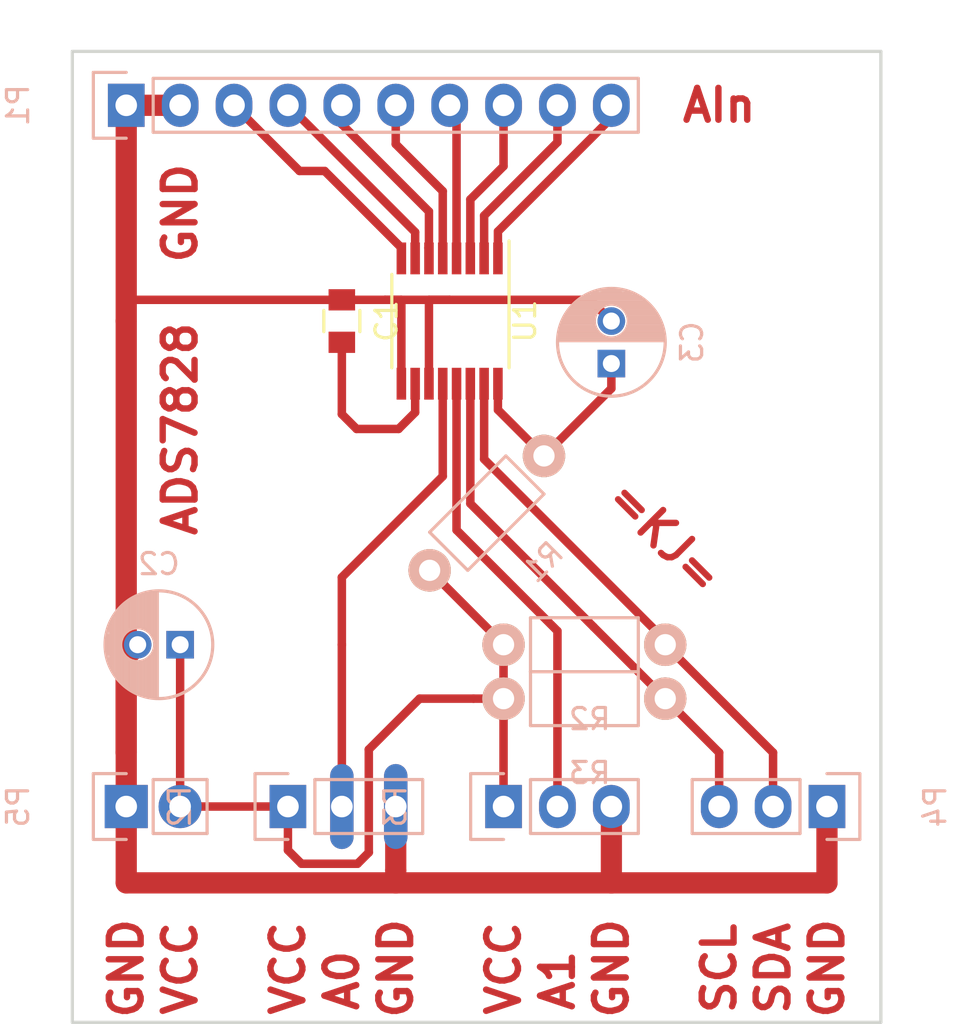
<source format=kicad_pcb>
(kicad_pcb (version 4) (host pcbnew 4.0.4+e1-6308~48~ubuntu16.04.1-stable)

  (general
    (links 33)
    (no_connects 0)
    (area 133.625 96.566666 178.895 144.855001)
    (thickness 1.6)
    (drawings 19)
    (tracks 92)
    (zones 0)
    (modules 12)
    (nets 17)
  )

  (page A4)
  (layers
    (0 F.Cu signal)
    (31 B.Cu signal)
    (32 B.Adhes user)
    (33 F.Adhes user)
    (34 B.Paste user)
    (35 F.Paste user)
    (36 B.SilkS user)
    (37 F.SilkS user)
    (38 B.Mask user)
    (39 F.Mask user)
    (40 Dwgs.User user)
    (41 Cmts.User user)
    (42 Eco1.User user)
    (43 Eco2.User user)
    (44 Edge.Cuts user)
    (45 Margin user)
    (46 B.CrtYd user)
    (47 F.CrtYd user)
    (48 B.Fab user)
    (49 F.Fab user)
  )

  (setup
    (last_trace_width 0.4)
    (user_trace_width 0.3)
    (user_trace_width 0.4)
    (user_trace_width 1)
    (trace_clearance 0.2)
    (zone_clearance 0.508)
    (zone_45_only no)
    (trace_min 0.2)
    (segment_width 0.2)
    (edge_width 0.15)
    (via_size 0.6)
    (via_drill 0.4)
    (via_min_size 0.4)
    (via_min_drill 0.3)
    (uvia_size 0.3)
    (uvia_drill 0.1)
    (uvias_allowed no)
    (uvia_min_size 0.2)
    (uvia_min_drill 0.1)
    (pcb_text_width 0.3)
    (pcb_text_size 1.5 1.5)
    (mod_edge_width 0.15)
    (mod_text_size 1 1)
    (mod_text_width 0.15)
    (pad_size 4 1.1)
    (pad_drill 1.016)
    (pad_to_mask_clearance 0.2)
    (aux_axis_origin 0 0)
    (visible_elements FFFCFF7F)
    (pcbplotparams
      (layerselection 0x01000_00000001)
      (usegerberextensions false)
      (excludeedgelayer true)
      (linewidth 0.100000)
      (plotframeref false)
      (viasonmask false)
      (mode 1)
      (useauxorigin false)
      (hpglpennumber 1)
      (hpglpenspeed 20)
      (hpglpendiameter 15)
      (hpglpenoverlay 2)
      (psnegative false)
      (psa4output false)
      (plotreference true)
      (plotvalue true)
      (plotinvisibletext false)
      (padsonsilk false)
      (subtractmaskfromsilk false)
      (outputformat 1)
      (mirror false)
      (drillshape 0)
      (scaleselection 1)
      (outputdirectory /media/mdh/KINGSTON/))
  )

  (net 0 "")
  (net 1 GND)
  (net 2 "Net-(C1-Pad2)")
  (net 3 VCC)
  (net 4 "Net-(C3-Pad1)")
  (net 5 "Net-(P1-Pad3)")
  (net 6 "Net-(P1-Pad4)")
  (net 7 "Net-(P1-Pad5)")
  (net 8 "Net-(P1-Pad6)")
  (net 9 "Net-(P1-Pad7)")
  (net 10 "Net-(P1-Pad8)")
  (net 11 /A0)
  (net 12 /A1)
  (net 13 /SDA)
  (net 14 /SCL)
  (net 15 "Net-(P1-Pad9)")
  (net 16 "Net-(P1-Pad10)")

  (net_class Default "This is the default net class."
    (clearance 0.2)
    (trace_width 0.25)
    (via_dia 0.6)
    (via_drill 0.4)
    (uvia_dia 0.3)
    (uvia_drill 0.1)
    (add_net /A0)
    (add_net /A1)
    (add_net /SCL)
    (add_net /SDA)
    (add_net GND)
    (add_net "Net-(C1-Pad2)")
    (add_net "Net-(C3-Pad1)")
    (add_net "Net-(P1-Pad10)")
    (add_net "Net-(P1-Pad3)")
    (add_net "Net-(P1-Pad4)")
    (add_net "Net-(P1-Pad5)")
    (add_net "Net-(P1-Pad6)")
    (add_net "Net-(P1-Pad7)")
    (add_net "Net-(P1-Pad8)")
    (add_net "Net-(P1-Pad9)")
    (add_net VCC)
  )

  (module Resistors_ThroughHole:Resistor_Horizontal_RM7mm (layer B.Cu) (tedit 569FCF07) (tstamp 5836C36E)
    (at 157.48 127)
    (descr "Resistor, Axial,  RM 7.62mm, 1/3W,")
    (tags "Resistor Axial RM 7.62mm 1/3W R3")
    (path /5836C055)
    (fp_text reference R2 (at 4.05892 3.50012) (layer B.SilkS)
      (effects (font (size 1 1) (thickness 0.15)) (justify mirror))
    )
    (fp_text value 2K (at 3.81 -3.81) (layer B.Fab)
      (effects (font (size 1 1) (thickness 0.15)) (justify mirror))
    )
    (fp_line (start -1.25 1.5) (end 8.85 1.5) (layer B.CrtYd) (width 0.05))
    (fp_line (start -1.25 -1.5) (end -1.25 1.5) (layer B.CrtYd) (width 0.05))
    (fp_line (start 8.85 1.5) (end 8.85 -1.5) (layer B.CrtYd) (width 0.05))
    (fp_line (start -1.25 -1.5) (end 8.85 -1.5) (layer B.CrtYd) (width 0.05))
    (fp_line (start 1.27 1.27) (end 6.35 1.27) (layer B.SilkS) (width 0.15))
    (fp_line (start 6.35 1.27) (end 6.35 -1.27) (layer B.SilkS) (width 0.15))
    (fp_line (start 6.35 -1.27) (end 1.27 -1.27) (layer B.SilkS) (width 0.15))
    (fp_line (start 1.27 -1.27) (end 1.27 1.27) (layer B.SilkS) (width 0.15))
    (pad 1 thru_hole circle (at 0 0) (size 1.99898 1.99898) (drill 1.00076) (layers *.Cu *.SilkS *.Mask)
      (net 3 VCC))
    (pad 2 thru_hole circle (at 7.62 0) (size 1.99898 1.99898) (drill 1.00076) (layers *.Cu *.SilkS *.Mask)
      (net 13 /SDA))
  )

  (module Capacitors_SMD:C_0805 (layer F.Cu) (tedit 5415D6EA) (tstamp 5836C32F)
    (at 149.86 111.76 270)
    (descr "Capacitor SMD 0805, reflow soldering, AVX (see smccp.pdf)")
    (tags "capacitor 0805")
    (path /5836CD9C)
    (attr smd)
    (fp_text reference C1 (at 0 -2.1 270) (layer F.SilkS)
      (effects (font (size 1 1) (thickness 0.15)))
    )
    (fp_text value 0.1u (at 0 2.1 270) (layer F.Fab)
      (effects (font (size 1 1) (thickness 0.15)))
    )
    (fp_line (start -1 0.625) (end -1 -0.625) (layer F.Fab) (width 0.15))
    (fp_line (start 1 0.625) (end -1 0.625) (layer F.Fab) (width 0.15))
    (fp_line (start 1 -0.625) (end 1 0.625) (layer F.Fab) (width 0.15))
    (fp_line (start -1 -0.625) (end 1 -0.625) (layer F.Fab) (width 0.15))
    (fp_line (start -1.8 -1) (end 1.8 -1) (layer F.CrtYd) (width 0.05))
    (fp_line (start -1.8 1) (end 1.8 1) (layer F.CrtYd) (width 0.05))
    (fp_line (start -1.8 -1) (end -1.8 1) (layer F.CrtYd) (width 0.05))
    (fp_line (start 1.8 -1) (end 1.8 1) (layer F.CrtYd) (width 0.05))
    (fp_line (start 0.5 -0.85) (end -0.5 -0.85) (layer F.SilkS) (width 0.15))
    (fp_line (start -0.5 0.85) (end 0.5 0.85) (layer F.SilkS) (width 0.15))
    (pad 1 smd rect (at -1 0 270) (size 1 1.25) (layers F.Cu F.Paste F.Mask)
      (net 1 GND))
    (pad 2 smd rect (at 1 0 270) (size 1 1.25) (layers F.Cu F.Paste F.Mask)
      (net 2 "Net-(C1-Pad2)"))
    (model Capacitors_SMD.3dshapes/C_0805.wrl
      (at (xyz 0 0 0))
      (scale (xyz 1 1 1))
      (rotate (xyz 0 0 0))
    )
  )

  (module Pin_Headers:Pin_Header_Straight_1x03 (layer B.Cu) (tedit 5836C93F) (tstamp 5836C34E)
    (at 147.32 134.62 270)
    (descr "Through hole pin header")
    (tags "pin header")
    (path /5836C619)
    (fp_text reference P2 (at 0 5.1 270) (layer B.SilkS)
      (effects (font (size 1 1) (thickness 0.15)) (justify mirror))
    )
    (fp_text value "Address 0" (at 0 3.1 270) (layer B.Fab)
      (effects (font (size 1 1) (thickness 0.15)) (justify mirror))
    )
    (fp_line (start -1.75 1.75) (end -1.75 -6.85) (layer B.CrtYd) (width 0.05))
    (fp_line (start 1.75 1.75) (end 1.75 -6.85) (layer B.CrtYd) (width 0.05))
    (fp_line (start -1.75 1.75) (end 1.75 1.75) (layer B.CrtYd) (width 0.05))
    (fp_line (start -1.75 -6.85) (end 1.75 -6.85) (layer B.CrtYd) (width 0.05))
    (fp_line (start -1.27 -1.27) (end -1.27 -6.35) (layer B.SilkS) (width 0.15))
    (fp_line (start -1.27 -6.35) (end 1.27 -6.35) (layer B.SilkS) (width 0.15))
    (fp_line (start 1.27 -6.35) (end 1.27 -1.27) (layer B.SilkS) (width 0.15))
    (fp_line (start 1.55 1.55) (end 1.55 0) (layer B.SilkS) (width 0.15))
    (fp_line (start 1.27 -1.27) (end -1.27 -1.27) (layer B.SilkS) (width 0.15))
    (fp_line (start -1.55 0) (end -1.55 1.55) (layer B.SilkS) (width 0.15))
    (fp_line (start -1.55 1.55) (end 1.55 1.55) (layer B.SilkS) (width 0.15))
    (pad 1 thru_hole rect (at 0 0 270) (size 2.032 1.7272) (drill 1.016) (layers *.Cu *.Mask)
      (net 3 VCC))
    (pad 2 thru_hole oval (at 0 -2.54 270) (size 4 1.1) (drill 1.016) (layers *.Cu *.Mask)
      (net 11 /A0))
    (pad 3 thru_hole oval (at 0 -5.08 270) (size 4 1.1) (drill 1.016) (layers *.Cu *.Mask)
      (net 1 GND))
    (model Pin_Headers.3dshapes/Pin_Header_Straight_1x03.wrl
      (at (xyz 0 -0.1 0))
      (scale (xyz 1 1 1))
      (rotate (xyz 0 0 90))
    )
  )

  (module Pin_Headers:Pin_Header_Straight_1x03 (layer B.Cu) (tedit 0) (tstamp 5836C355)
    (at 157.48 134.62 270)
    (descr "Through hole pin header")
    (tags "pin header")
    (path /5836C757)
    (fp_text reference P3 (at 0 5.1 270) (layer B.SilkS)
      (effects (font (size 1 1) (thickness 0.15)) (justify mirror))
    )
    (fp_text value "Address 1" (at 0 3.1 270) (layer B.Fab)
      (effects (font (size 1 1) (thickness 0.15)) (justify mirror))
    )
    (fp_line (start -1.75 1.75) (end -1.75 -6.85) (layer B.CrtYd) (width 0.05))
    (fp_line (start 1.75 1.75) (end 1.75 -6.85) (layer B.CrtYd) (width 0.05))
    (fp_line (start -1.75 1.75) (end 1.75 1.75) (layer B.CrtYd) (width 0.05))
    (fp_line (start -1.75 -6.85) (end 1.75 -6.85) (layer B.CrtYd) (width 0.05))
    (fp_line (start -1.27 -1.27) (end -1.27 -6.35) (layer B.SilkS) (width 0.15))
    (fp_line (start -1.27 -6.35) (end 1.27 -6.35) (layer B.SilkS) (width 0.15))
    (fp_line (start 1.27 -6.35) (end 1.27 -1.27) (layer B.SilkS) (width 0.15))
    (fp_line (start 1.55 1.55) (end 1.55 0) (layer B.SilkS) (width 0.15))
    (fp_line (start 1.27 -1.27) (end -1.27 -1.27) (layer B.SilkS) (width 0.15))
    (fp_line (start -1.55 0) (end -1.55 1.55) (layer B.SilkS) (width 0.15))
    (fp_line (start -1.55 1.55) (end 1.55 1.55) (layer B.SilkS) (width 0.15))
    (pad 1 thru_hole rect (at 0 0 270) (size 2.032 1.7272) (drill 1.016) (layers *.Cu *.Mask)
      (net 3 VCC))
    (pad 2 thru_hole oval (at 0 -2.54 270) (size 2.032 1.7272) (drill 1.016) (layers *.Cu *.Mask)
      (net 12 /A1))
    (pad 3 thru_hole oval (at 0 -5.08 270) (size 2.032 1.7272) (drill 1.016) (layers *.Cu *.Mask)
      (net 1 GND))
    (model Pin_Headers.3dshapes/Pin_Header_Straight_1x03.wrl
      (at (xyz 0 -0.1 0))
      (scale (xyz 1 1 1))
      (rotate (xyz 0 0 90))
    )
  )

  (module Pin_Headers:Pin_Header_Straight_1x03 (layer B.Cu) (tedit 0) (tstamp 5836C35C)
    (at 172.72 134.62 90)
    (descr "Through hole pin header")
    (tags "pin header")
    (path /5836BE61)
    (fp_text reference P4 (at 0 5.1 90) (layer B.SilkS)
      (effects (font (size 1 1) (thickness 0.15)) (justify mirror))
    )
    (fp_text value "I2C Connector" (at 0 3.1 90) (layer B.Fab)
      (effects (font (size 1 1) (thickness 0.15)) (justify mirror))
    )
    (fp_line (start -1.75 1.75) (end -1.75 -6.85) (layer B.CrtYd) (width 0.05))
    (fp_line (start 1.75 1.75) (end 1.75 -6.85) (layer B.CrtYd) (width 0.05))
    (fp_line (start -1.75 1.75) (end 1.75 1.75) (layer B.CrtYd) (width 0.05))
    (fp_line (start -1.75 -6.85) (end 1.75 -6.85) (layer B.CrtYd) (width 0.05))
    (fp_line (start -1.27 -1.27) (end -1.27 -6.35) (layer B.SilkS) (width 0.15))
    (fp_line (start -1.27 -6.35) (end 1.27 -6.35) (layer B.SilkS) (width 0.15))
    (fp_line (start 1.27 -6.35) (end 1.27 -1.27) (layer B.SilkS) (width 0.15))
    (fp_line (start 1.55 1.55) (end 1.55 0) (layer B.SilkS) (width 0.15))
    (fp_line (start 1.27 -1.27) (end -1.27 -1.27) (layer B.SilkS) (width 0.15))
    (fp_line (start -1.55 0) (end -1.55 1.55) (layer B.SilkS) (width 0.15))
    (fp_line (start -1.55 1.55) (end 1.55 1.55) (layer B.SilkS) (width 0.15))
    (pad 1 thru_hole rect (at 0 0 90) (size 2.032 1.7272) (drill 1.016) (layers *.Cu *.Mask)
      (net 1 GND))
    (pad 2 thru_hole oval (at 0 -2.54 90) (size 2.032 1.7272) (drill 1.016) (layers *.Cu *.Mask)
      (net 13 /SDA))
    (pad 3 thru_hole oval (at 0 -5.08 90) (size 2.032 1.7272) (drill 1.016) (layers *.Cu *.Mask)
      (net 14 /SCL))
    (model Pin_Headers.3dshapes/Pin_Header_Straight_1x03.wrl
      (at (xyz 0 -0.1 0))
      (scale (xyz 1 1 1))
      (rotate (xyz 0 0 90))
    )
  )

  (module Pin_Headers:Pin_Header_Straight_1x02 (layer B.Cu) (tedit 54EA090C) (tstamp 5836C362)
    (at 139.7 134.62 270)
    (descr "Through hole pin header")
    (tags "pin header")
    (path /5836CF91)
    (fp_text reference P5 (at 0 5.1 270) (layer B.SilkS)
      (effects (font (size 1 1) (thickness 0.15)) (justify mirror))
    )
    (fp_text value "Power Connector" (at 0 3.1 270) (layer B.Fab)
      (effects (font (size 1 1) (thickness 0.15)) (justify mirror))
    )
    (fp_line (start 1.27 -1.27) (end 1.27 -3.81) (layer B.SilkS) (width 0.15))
    (fp_line (start 1.55 1.55) (end 1.55 0) (layer B.SilkS) (width 0.15))
    (fp_line (start -1.75 1.75) (end -1.75 -4.3) (layer B.CrtYd) (width 0.05))
    (fp_line (start 1.75 1.75) (end 1.75 -4.3) (layer B.CrtYd) (width 0.05))
    (fp_line (start -1.75 1.75) (end 1.75 1.75) (layer B.CrtYd) (width 0.05))
    (fp_line (start -1.75 -4.3) (end 1.75 -4.3) (layer B.CrtYd) (width 0.05))
    (fp_line (start 1.27 -1.27) (end -1.27 -1.27) (layer B.SilkS) (width 0.15))
    (fp_line (start -1.55 0) (end -1.55 1.55) (layer B.SilkS) (width 0.15))
    (fp_line (start -1.55 1.55) (end 1.55 1.55) (layer B.SilkS) (width 0.15))
    (fp_line (start -1.27 -1.27) (end -1.27 -3.81) (layer B.SilkS) (width 0.15))
    (fp_line (start -1.27 -3.81) (end 1.27 -3.81) (layer B.SilkS) (width 0.15))
    (pad 1 thru_hole rect (at 0 0 270) (size 2.032 2.032) (drill 1.016) (layers *.Cu *.Mask)
      (net 1 GND))
    (pad 2 thru_hole oval (at 0 -2.54 270) (size 2.032 2.032) (drill 1.016) (layers *.Cu *.Mask)
      (net 3 VCC))
    (model Pin_Headers.3dshapes/Pin_Header_Straight_1x02.wrl
      (at (xyz 0 -0.05 0))
      (scale (xyz 1 1 1))
      (rotate (xyz 0 0 90))
    )
  )

  (module Resistors_ThroughHole:Resistor_Horizontal_RM7mm (layer B.Cu) (tedit 569FCF07) (tstamp 5836C368)
    (at 153.996846 123.498154 45)
    (descr "Resistor, Axial,  RM 7.62mm, 1/3W,")
    (tags "Resistor Axial RM 7.62mm 1/3W R3")
    (path /5836C227)
    (fp_text reference R1 (at 4.05892 3.50012 45) (layer B.SilkS)
      (effects (font (size 1 1) (thickness 0.15)) (justify mirror))
    )
    (fp_text value 5 (at 3.81 -3.81 45) (layer B.Fab)
      (effects (font (size 1 1) (thickness 0.15)) (justify mirror))
    )
    (fp_line (start -1.25 1.5) (end 8.85 1.5) (layer B.CrtYd) (width 0.05))
    (fp_line (start -1.25 -1.5) (end -1.25 1.5) (layer B.CrtYd) (width 0.05))
    (fp_line (start 8.85 1.5) (end 8.85 -1.5) (layer B.CrtYd) (width 0.05))
    (fp_line (start -1.25 -1.5) (end 8.85 -1.5) (layer B.CrtYd) (width 0.05))
    (fp_line (start 1.27 1.27) (end 6.35 1.27) (layer B.SilkS) (width 0.15))
    (fp_line (start 6.35 1.27) (end 6.35 -1.27) (layer B.SilkS) (width 0.15))
    (fp_line (start 6.35 -1.27) (end 1.27 -1.27) (layer B.SilkS) (width 0.15))
    (fp_line (start 1.27 -1.27) (end 1.27 1.27) (layer B.SilkS) (width 0.15))
    (pad 1 thru_hole circle (at 0 0 45) (size 1.99898 1.99898) (drill 1.00076) (layers *.Cu *.SilkS *.Mask)
      (net 3 VCC))
    (pad 2 thru_hole circle (at 7.62 0 45) (size 1.99898 1.99898) (drill 1.00076) (layers *.Cu *.SilkS *.Mask)
      (net 4 "Net-(C3-Pad1)"))
  )

  (module Resistors_ThroughHole:Resistor_Horizontal_RM7mm (layer B.Cu) (tedit 569FCF07) (tstamp 5836C374)
    (at 157.48 129.54)
    (descr "Resistor, Axial,  RM 7.62mm, 1/3W,")
    (tags "Resistor Axial RM 7.62mm 1/3W R3")
    (path /5836C0DE)
    (fp_text reference R3 (at 4.05892 3.50012) (layer B.SilkS)
      (effects (font (size 1 1) (thickness 0.15)) (justify mirror))
    )
    (fp_text value 2K (at 3.81 -3.81) (layer B.Fab)
      (effects (font (size 1 1) (thickness 0.15)) (justify mirror))
    )
    (fp_line (start -1.25 1.5) (end 8.85 1.5) (layer B.CrtYd) (width 0.05))
    (fp_line (start -1.25 -1.5) (end -1.25 1.5) (layer B.CrtYd) (width 0.05))
    (fp_line (start 8.85 1.5) (end 8.85 -1.5) (layer B.CrtYd) (width 0.05))
    (fp_line (start -1.25 -1.5) (end 8.85 -1.5) (layer B.CrtYd) (width 0.05))
    (fp_line (start 1.27 1.27) (end 6.35 1.27) (layer B.SilkS) (width 0.15))
    (fp_line (start 6.35 1.27) (end 6.35 -1.27) (layer B.SilkS) (width 0.15))
    (fp_line (start 6.35 -1.27) (end 1.27 -1.27) (layer B.SilkS) (width 0.15))
    (fp_line (start 1.27 -1.27) (end 1.27 1.27) (layer B.SilkS) (width 0.15))
    (pad 1 thru_hole circle (at 0 0) (size 1.99898 1.99898) (drill 1.00076) (layers *.Cu *.SilkS *.Mask)
      (net 3 VCC))
    (pad 2 thru_hole circle (at 7.62 0) (size 1.99898 1.99898) (drill 1.00076) (layers *.Cu *.SilkS *.Mask)
      (net 14 /SCL))
  )

  (module Housings_SSOP:TSSOP-16_4.4x5mm_Pitch0.65mm (layer F.Cu) (tedit 54130A77) (tstamp 5836C388)
    (at 154.94 111.76 270)
    (descr "16-Lead Plastic Thin Shrink Small Outline (ST)-4.4 mm Body [TSSOP] (see Microchip Packaging Specification 00000049BS.pdf)")
    (tags "SSOP 0.65")
    (path /5836BB06)
    (attr smd)
    (fp_text reference U1 (at 0 -3.55 270) (layer F.SilkS)
      (effects (font (size 1 1) (thickness 0.15)))
    )
    (fp_text value ADS7828 (at 0 3.55 270) (layer F.Fab)
      (effects (font (size 1 1) (thickness 0.15)))
    )
    (fp_line (start -1.2 -2.5) (end 2.2 -2.5) (layer F.Fab) (width 0.15))
    (fp_line (start 2.2 -2.5) (end 2.2 2.5) (layer F.Fab) (width 0.15))
    (fp_line (start 2.2 2.5) (end -2.2 2.5) (layer F.Fab) (width 0.15))
    (fp_line (start -2.2 2.5) (end -2.2 -1.5) (layer F.Fab) (width 0.15))
    (fp_line (start -2.2 -1.5) (end -1.2 -2.5) (layer F.Fab) (width 0.15))
    (fp_line (start -3.95 -2.9) (end -3.95 2.8) (layer F.CrtYd) (width 0.05))
    (fp_line (start 3.95 -2.9) (end 3.95 2.8) (layer F.CrtYd) (width 0.05))
    (fp_line (start -3.95 -2.9) (end 3.95 -2.9) (layer F.CrtYd) (width 0.05))
    (fp_line (start -3.95 2.8) (end 3.95 2.8) (layer F.CrtYd) (width 0.05))
    (fp_line (start -2.2 2.725) (end 2.2 2.725) (layer F.SilkS) (width 0.15))
    (fp_line (start -3.775 -2.8) (end 2.2 -2.8) (layer F.SilkS) (width 0.15))
    (pad 1 smd rect (at -2.95 -2.275 270) (size 1.5 0.45) (layers F.Cu F.Paste F.Mask)
      (net 16 "Net-(P1-Pad10)"))
    (pad 2 smd rect (at -2.95 -1.625 270) (size 1.5 0.45) (layers F.Cu F.Paste F.Mask)
      (net 15 "Net-(P1-Pad9)"))
    (pad 3 smd rect (at -2.95 -0.975 270) (size 1.5 0.45) (layers F.Cu F.Paste F.Mask)
      (net 10 "Net-(P1-Pad8)"))
    (pad 4 smd rect (at -2.95 -0.325 270) (size 1.5 0.45) (layers F.Cu F.Paste F.Mask)
      (net 9 "Net-(P1-Pad7)"))
    (pad 5 smd rect (at -2.95 0.325 270) (size 1.5 0.45) (layers F.Cu F.Paste F.Mask)
      (net 8 "Net-(P1-Pad6)"))
    (pad 6 smd rect (at -2.95 0.975 270) (size 1.5 0.45) (layers F.Cu F.Paste F.Mask)
      (net 7 "Net-(P1-Pad5)"))
    (pad 7 smd rect (at -2.95 1.625 270) (size 1.5 0.45) (layers F.Cu F.Paste F.Mask)
      (net 6 "Net-(P1-Pad4)"))
    (pad 8 smd rect (at -2.95 2.275 270) (size 1.5 0.45) (layers F.Cu F.Paste F.Mask)
      (net 5 "Net-(P1-Pad3)"))
    (pad 9 smd rect (at 2.95 2.275 270) (size 1.5 0.45) (layers F.Cu F.Paste F.Mask)
      (net 1 GND))
    (pad 10 smd rect (at 2.95 1.625 270) (size 1.5 0.45) (layers F.Cu F.Paste F.Mask)
      (net 2 "Net-(C1-Pad2)"))
    (pad 11 smd rect (at 2.95 0.975 270) (size 1.5 0.45) (layers F.Cu F.Paste F.Mask)
      (net 1 GND))
    (pad 12 smd rect (at 2.95 0.325 270) (size 1.5 0.45) (layers F.Cu F.Paste F.Mask)
      (net 11 /A0))
    (pad 13 smd rect (at 2.95 -0.325 270) (size 1.5 0.45) (layers F.Cu F.Paste F.Mask)
      (net 12 /A1))
    (pad 14 smd rect (at 2.95 -0.975 270) (size 1.5 0.45) (layers F.Cu F.Paste F.Mask)
      (net 14 /SCL))
    (pad 15 smd rect (at 2.95 -1.625 270) (size 1.5 0.45) (layers F.Cu F.Paste F.Mask)
      (net 13 /SDA))
    (pad 16 smd rect (at 2.95 -2.275 270) (size 1.5 0.45) (layers F.Cu F.Paste F.Mask)
      (net 4 "Net-(C3-Pad1)"))
    (model Housings_SSOP.3dshapes/TSSOP-16_4.4x5mm_Pitch0.65mm.wrl
      (at (xyz 0 0 0))
      (scale (xyz 1 1 1))
      (rotate (xyz 0 0 0))
    )
  )

  (module Capacitors_ThroughHole:C_Radial_D5_L11_P2 (layer B.Cu) (tedit 0) (tstamp 5836C70A)
    (at 142.24 127 180)
    (descr "Radial Electrolytic Capacitor 5mm x Length 11mm, Pitch 2mm")
    (tags "Electrolytic Capacitor")
    (path /5836D4AC)
    (fp_text reference C2 (at 1 3.8 180) (layer B.SilkS)
      (effects (font (size 1 1) (thickness 0.15)) (justify mirror))
    )
    (fp_text value 10u (at 1 -3.8 180) (layer B.Fab)
      (effects (font (size 1 1) (thickness 0.15)) (justify mirror))
    )
    (fp_line (start 1.075 2.499) (end 1.075 -2.499) (layer B.SilkS) (width 0.15))
    (fp_line (start 1.215 2.491) (end 1.215 0.154) (layer B.SilkS) (width 0.15))
    (fp_line (start 1.215 -0.154) (end 1.215 -2.491) (layer B.SilkS) (width 0.15))
    (fp_line (start 1.355 2.475) (end 1.355 0.473) (layer B.SilkS) (width 0.15))
    (fp_line (start 1.355 -0.473) (end 1.355 -2.475) (layer B.SilkS) (width 0.15))
    (fp_line (start 1.495 2.451) (end 1.495 0.62) (layer B.SilkS) (width 0.15))
    (fp_line (start 1.495 -0.62) (end 1.495 -2.451) (layer B.SilkS) (width 0.15))
    (fp_line (start 1.635 2.418) (end 1.635 0.712) (layer B.SilkS) (width 0.15))
    (fp_line (start 1.635 -0.712) (end 1.635 -2.418) (layer B.SilkS) (width 0.15))
    (fp_line (start 1.775 2.377) (end 1.775 0.768) (layer B.SilkS) (width 0.15))
    (fp_line (start 1.775 -0.768) (end 1.775 -2.377) (layer B.SilkS) (width 0.15))
    (fp_line (start 1.915 2.327) (end 1.915 0.795) (layer B.SilkS) (width 0.15))
    (fp_line (start 1.915 -0.795) (end 1.915 -2.327) (layer B.SilkS) (width 0.15))
    (fp_line (start 2.055 2.266) (end 2.055 0.798) (layer B.SilkS) (width 0.15))
    (fp_line (start 2.055 -0.798) (end 2.055 -2.266) (layer B.SilkS) (width 0.15))
    (fp_line (start 2.195 2.196) (end 2.195 0.776) (layer B.SilkS) (width 0.15))
    (fp_line (start 2.195 -0.776) (end 2.195 -2.196) (layer B.SilkS) (width 0.15))
    (fp_line (start 2.335 2.114) (end 2.335 0.726) (layer B.SilkS) (width 0.15))
    (fp_line (start 2.335 -0.726) (end 2.335 -2.114) (layer B.SilkS) (width 0.15))
    (fp_line (start 2.475 2.019) (end 2.475 0.644) (layer B.SilkS) (width 0.15))
    (fp_line (start 2.475 -0.644) (end 2.475 -2.019) (layer B.SilkS) (width 0.15))
    (fp_line (start 2.615 1.908) (end 2.615 0.512) (layer B.SilkS) (width 0.15))
    (fp_line (start 2.615 -0.512) (end 2.615 -1.908) (layer B.SilkS) (width 0.15))
    (fp_line (start 2.755 1.78) (end 2.755 0.265) (layer B.SilkS) (width 0.15))
    (fp_line (start 2.755 -0.265) (end 2.755 -1.78) (layer B.SilkS) (width 0.15))
    (fp_line (start 2.895 1.631) (end 2.895 -1.631) (layer B.SilkS) (width 0.15))
    (fp_line (start 3.035 1.452) (end 3.035 -1.452) (layer B.SilkS) (width 0.15))
    (fp_line (start 3.175 1.233) (end 3.175 -1.233) (layer B.SilkS) (width 0.15))
    (fp_line (start 3.315 0.944) (end 3.315 -0.944) (layer B.SilkS) (width 0.15))
    (fp_line (start 3.455 0.472) (end 3.455 -0.472) (layer B.SilkS) (width 0.15))
    (fp_circle (center 2 0) (end 2 0.8) (layer B.SilkS) (width 0.15))
    (fp_circle (center 1 0) (end 1 2.5375) (layer B.SilkS) (width 0.15))
    (fp_circle (center 1 0) (end 1 2.8) (layer B.CrtYd) (width 0.05))
    (pad 1 thru_hole rect (at 0 0 180) (size 1.3 1.3) (drill 0.8) (layers *.Cu *.Mask)
      (net 3 VCC))
    (pad 2 thru_hole circle (at 2 0 180) (size 1.3 1.3) (drill 0.8) (layers *.Cu *.Mask)
      (net 1 GND))
    (model Capacitors_ThroughHole.3dshapes/C_Radial_D5_L11_P2.wrl
      (at (xyz 0 0 0))
      (scale (xyz 1 1 1))
      (rotate (xyz 0 0 0))
    )
  )

  (module Capacitors_ThroughHole:C_Radial_D5_L11_P2 (layer B.Cu) (tedit 0) (tstamp 5836C70F)
    (at 162.56 113.76 90)
    (descr "Radial Electrolytic Capacitor 5mm x Length 11mm, Pitch 2mm")
    (tags "Electrolytic Capacitor")
    (path /5836D5A0)
    (fp_text reference C3 (at 1 3.8 90) (layer B.SilkS)
      (effects (font (size 1 1) (thickness 0.15)) (justify mirror))
    )
    (fp_text value 10u (at 1 -3.8 90) (layer B.Fab)
      (effects (font (size 1 1) (thickness 0.15)) (justify mirror))
    )
    (fp_line (start 1.075 2.499) (end 1.075 -2.499) (layer B.SilkS) (width 0.15))
    (fp_line (start 1.215 2.491) (end 1.215 0.154) (layer B.SilkS) (width 0.15))
    (fp_line (start 1.215 -0.154) (end 1.215 -2.491) (layer B.SilkS) (width 0.15))
    (fp_line (start 1.355 2.475) (end 1.355 0.473) (layer B.SilkS) (width 0.15))
    (fp_line (start 1.355 -0.473) (end 1.355 -2.475) (layer B.SilkS) (width 0.15))
    (fp_line (start 1.495 2.451) (end 1.495 0.62) (layer B.SilkS) (width 0.15))
    (fp_line (start 1.495 -0.62) (end 1.495 -2.451) (layer B.SilkS) (width 0.15))
    (fp_line (start 1.635 2.418) (end 1.635 0.712) (layer B.SilkS) (width 0.15))
    (fp_line (start 1.635 -0.712) (end 1.635 -2.418) (layer B.SilkS) (width 0.15))
    (fp_line (start 1.775 2.377) (end 1.775 0.768) (layer B.SilkS) (width 0.15))
    (fp_line (start 1.775 -0.768) (end 1.775 -2.377) (layer B.SilkS) (width 0.15))
    (fp_line (start 1.915 2.327) (end 1.915 0.795) (layer B.SilkS) (width 0.15))
    (fp_line (start 1.915 -0.795) (end 1.915 -2.327) (layer B.SilkS) (width 0.15))
    (fp_line (start 2.055 2.266) (end 2.055 0.798) (layer B.SilkS) (width 0.15))
    (fp_line (start 2.055 -0.798) (end 2.055 -2.266) (layer B.SilkS) (width 0.15))
    (fp_line (start 2.195 2.196) (end 2.195 0.776) (layer B.SilkS) (width 0.15))
    (fp_line (start 2.195 -0.776) (end 2.195 -2.196) (layer B.SilkS) (width 0.15))
    (fp_line (start 2.335 2.114) (end 2.335 0.726) (layer B.SilkS) (width 0.15))
    (fp_line (start 2.335 -0.726) (end 2.335 -2.114) (layer B.SilkS) (width 0.15))
    (fp_line (start 2.475 2.019) (end 2.475 0.644) (layer B.SilkS) (width 0.15))
    (fp_line (start 2.475 -0.644) (end 2.475 -2.019) (layer B.SilkS) (width 0.15))
    (fp_line (start 2.615 1.908) (end 2.615 0.512) (layer B.SilkS) (width 0.15))
    (fp_line (start 2.615 -0.512) (end 2.615 -1.908) (layer B.SilkS) (width 0.15))
    (fp_line (start 2.755 1.78) (end 2.755 0.265) (layer B.SilkS) (width 0.15))
    (fp_line (start 2.755 -0.265) (end 2.755 -1.78) (layer B.SilkS) (width 0.15))
    (fp_line (start 2.895 1.631) (end 2.895 -1.631) (layer B.SilkS) (width 0.15))
    (fp_line (start 3.035 1.452) (end 3.035 -1.452) (layer B.SilkS) (width 0.15))
    (fp_line (start 3.175 1.233) (end 3.175 -1.233) (layer B.SilkS) (width 0.15))
    (fp_line (start 3.315 0.944) (end 3.315 -0.944) (layer B.SilkS) (width 0.15))
    (fp_line (start 3.455 0.472) (end 3.455 -0.472) (layer B.SilkS) (width 0.15))
    (fp_circle (center 2 0) (end 2 0.8) (layer B.SilkS) (width 0.15))
    (fp_circle (center 1 0) (end 1 2.5375) (layer B.SilkS) (width 0.15))
    (fp_circle (center 1 0) (end 1 2.8) (layer B.CrtYd) (width 0.05))
    (pad 1 thru_hole rect (at 0 0 90) (size 1.3 1.3) (drill 0.8) (layers *.Cu *.Mask)
      (net 4 "Net-(C3-Pad1)"))
    (pad 2 thru_hole circle (at 2 0 90) (size 1.3 1.3) (drill 0.8) (layers *.Cu *.Mask)
      (net 1 GND))
    (model Capacitors_ThroughHole.3dshapes/C_Radial_D5_L11_P2.wrl
      (at (xyz 0 0 0))
      (scale (xyz 1 1 1))
      (rotate (xyz 0 0 0))
    )
  )

  (module Pin_Headers:Pin_Header_Straight_1x10 (layer B.Cu) (tedit 0) (tstamp 5836CB37)
    (at 139.7 101.6 270)
    (descr "Through hole pin header")
    (tags "pin header")
    (path /5836DB67)
    (fp_text reference P1 (at 0 5.1 270) (layer B.SilkS)
      (effects (font (size 1 1) (thickness 0.15)) (justify mirror))
    )
    (fp_text value CONN_01X10 (at 0 3.1 270) (layer B.Fab)
      (effects (font (size 1 1) (thickness 0.15)) (justify mirror))
    )
    (fp_line (start -1.75 1.75) (end -1.75 -24.65) (layer B.CrtYd) (width 0.05))
    (fp_line (start 1.75 1.75) (end 1.75 -24.65) (layer B.CrtYd) (width 0.05))
    (fp_line (start -1.75 1.75) (end 1.75 1.75) (layer B.CrtYd) (width 0.05))
    (fp_line (start -1.75 -24.65) (end 1.75 -24.65) (layer B.CrtYd) (width 0.05))
    (fp_line (start 1.27 -1.27) (end 1.27 -24.13) (layer B.SilkS) (width 0.15))
    (fp_line (start 1.27 -24.13) (end -1.27 -24.13) (layer B.SilkS) (width 0.15))
    (fp_line (start -1.27 -24.13) (end -1.27 -1.27) (layer B.SilkS) (width 0.15))
    (fp_line (start 1.55 1.55) (end 1.55 0) (layer B.SilkS) (width 0.15))
    (fp_line (start 1.27 -1.27) (end -1.27 -1.27) (layer B.SilkS) (width 0.15))
    (fp_line (start -1.55 0) (end -1.55 1.55) (layer B.SilkS) (width 0.15))
    (fp_line (start -1.55 1.55) (end 1.55 1.55) (layer B.SilkS) (width 0.15))
    (pad 1 thru_hole rect (at 0 0 270) (size 2.032 1.7272) (drill 1.016) (layers *.Cu *.Mask)
      (net 1 GND))
    (pad 2 thru_hole oval (at 0 -2.54 270) (size 2.032 1.7272) (drill 1.016) (layers *.Cu *.Mask)
      (net 1 GND))
    (pad 3 thru_hole oval (at 0 -5.08 270) (size 2.032 1.7272) (drill 1.016) (layers *.Cu *.Mask)
      (net 5 "Net-(P1-Pad3)"))
    (pad 4 thru_hole oval (at 0 -7.62 270) (size 2.032 1.7272) (drill 1.016) (layers *.Cu *.Mask)
      (net 6 "Net-(P1-Pad4)"))
    (pad 5 thru_hole oval (at 0 -10.16 270) (size 2.032 1.7272) (drill 1.016) (layers *.Cu *.Mask)
      (net 7 "Net-(P1-Pad5)"))
    (pad 6 thru_hole oval (at 0 -12.7 270) (size 2.032 1.7272) (drill 1.016) (layers *.Cu *.Mask)
      (net 8 "Net-(P1-Pad6)"))
    (pad 7 thru_hole oval (at 0 -15.24 270) (size 2.032 1.7272) (drill 1.016) (layers *.Cu *.Mask)
      (net 9 "Net-(P1-Pad7)"))
    (pad 8 thru_hole oval (at 0 -17.78 270) (size 2.032 1.7272) (drill 1.016) (layers *.Cu *.Mask)
      (net 10 "Net-(P1-Pad8)"))
    (pad 9 thru_hole oval (at 0 -20.32 270) (size 2.032 1.7272) (drill 1.016) (layers *.Cu *.Mask)
      (net 15 "Net-(P1-Pad9)"))
    (pad 10 thru_hole oval (at 0 -22.86 270) (size 2.032 1.7272) (drill 1.016) (layers *.Cu *.Mask)
      (net 16 "Net-(P1-Pad10)"))
    (model Pin_Headers.3dshapes/Pin_Header_Straight_1x10.wrl
      (at (xyz 0 -0.45 0))
      (scale (xyz 1 1 1))
      (rotate (xyz 0 0 90))
    )
  )

  (gr_text AIn (at 167.64 101.6) (layer F.Cu) (tstamp 5836CC63)
    (effects (font (size 1.5 1.5) (thickness 0.3)))
  )
  (gr_text GND (at 142.24 106.68 90) (layer F.Cu) (tstamp 5836CC60)
    (effects (font (size 1.5 1.5) (thickness 0.3)))
  )
  (gr_text =KJ= (at 165.1 121.92 315) (layer F.Cu) (tstamp 5836CC57)
    (effects (font (size 1.5 1.5) (thickness 0.3)))
  )
  (gr_text ADS7828 (at 142.24 116.84 90) (layer F.Cu)
    (effects (font (size 1.5 1.5) (thickness 0.3)))
  )
  (gr_text SCL (at 167.64 142.24 90) (layer F.Cu) (tstamp 5836CA90)
    (effects (font (size 1.5 1.5) (thickness 0.3)))
  )
  (gr_text SDA (at 170.18 142.24 90) (layer F.Cu) (tstamp 5836CA8C)
    (effects (font (size 1.5 1.5) (thickness 0.3)))
  )
  (gr_text "A0 " (at 149.86 142.24 90) (layer F.Cu) (tstamp 5836CA77)
    (effects (font (size 1.5 1.5) (thickness 0.3)))
  )
  (gr_text "A1 " (at 160.02 142.24 90) (layer F.Cu) (tstamp 5836CA72)
    (effects (font (size 1.5 1.5) (thickness 0.3)))
  )
  (gr_text VCC (at 157.48 142.24 90) (layer F.Cu) (tstamp 5836CA40)
    (effects (font (size 1.5 1.5) (thickness 0.3)))
  )
  (gr_text GND (at 172.72 142.24 90) (layer F.Cu) (tstamp 5836CA3E)
    (effects (font (size 1.5 1.5) (thickness 0.3)))
  )
  (gr_text GND (at 162.56 142.24 90) (layer F.Cu) (tstamp 5836CA3C)
    (effects (font (size 1.5 1.5) (thickness 0.3)))
  )
  (gr_text GND (at 152.4 142.24 90) (layer F.Cu) (tstamp 5836CA3A)
    (effects (font (size 1.5 1.5) (thickness 0.3)))
  )
  (gr_text VCC (at 147.32 142.24 90) (layer F.Cu) (tstamp 5836CA38)
    (effects (font (size 1.5 1.5) (thickness 0.3)))
  )
  (gr_text VCC (at 142.24 142.24 90) (layer F.Cu) (tstamp 5836CA32)
    (effects (font (size 1.5 1.5) (thickness 0.3)))
  )
  (gr_text GND (at 139.7 142.24 90) (layer F.Cu)
    (effects (font (size 1.5 1.5) (thickness 0.3)))
  )
  (gr_line (start 137.16 144.78) (end 175.26 144.78) (layer Edge.Cuts) (width 0.15))
  (gr_line (start 137.16 99.06) (end 137.16 144.78) (layer Edge.Cuts) (width 0.15))
  (gr_line (start 175.26 99.06) (end 137.16 99.06) (layer Edge.Cuts) (width 0.15))
  (gr_line (start 175.26 144.78) (end 175.26 99.06) (layer Edge.Cuts) (width 0.15))

  (segment (start 149.86 110.76) (end 139.7 110.76) (width 0.4) (layer F.Cu) (net 1))
  (segment (start 139.7 110.76) (end 139.7 111.76) (width 0.4) (layer F.Cu) (net 1))
  (segment (start 139.7 101.6) (end 139.7 111.76) (width 1) (layer F.Cu) (net 1))
  (segment (start 139.7 111.76) (end 139.7 132.08) (width 1) (layer F.Cu) (net 1))
  (segment (start 142.24 101.6) (end 139.7 101.6) (width 1) (layer F.Cu) (net 1))
  (segment (start 139.7 134.62) (end 139.7 132.08) (width 1) (layer F.Cu) (net 1))
  (segment (start 139.7 132.08) (end 139.7 127.54) (width 1) (layer F.Cu) (net 1))
  (segment (start 139.7 127.54) (end 140.24 127) (width 1) (layer F.Cu) (net 1))
  (segment (start 149.86 110.76) (end 149.735 110.76) (width 0.4) (layer F.Cu) (net 1))
  (segment (start 154.94 110.76) (end 161.56 110.76) (width 0.4) (layer F.Cu) (net 1))
  (segment (start 161.56 110.76) (end 162.56 111.76) (width 0.4) (layer F.Cu) (net 1))
  (segment (start 172.72 138.2138) (end 162.56 138.2138) (width 1) (layer F.Cu) (net 1))
  (segment (start 162.56 138.2138) (end 152.4 138.2138) (width 1) (layer F.Cu) (net 1))
  (segment (start 162.56 134.62) (end 162.56 138.2138) (width 1) (layer F.Cu) (net 1))
  (segment (start 152.4 138.2138) (end 139.7 138.2138) (width 1) (layer F.Cu) (net 1))
  (segment (start 152.4 137.62) (end 152.4 138.2138) (width 1) (layer F.Cu) (net 1))
  (segment (start 152.4 134.62) (end 152.4 137.62) (width 1) (layer F.Cu) (net 1))
  (segment (start 172.72 134.62) (end 172.72 138.2138) (width 1) (layer F.Cu) (net 1))
  (segment (start 139.7 138.2138) (end 139.7 134.62) (width 1) (layer F.Cu) (net 1))
  (segment (start 152.665 114.71) (end 152.665 110.76) (width 0.4) (layer F.Cu) (net 1))
  (segment (start 152.665 110.76) (end 151.892 110.76) (width 0.4) (layer F.Cu) (net 1))
  (segment (start 154.94 110.76) (end 151.892 110.76) (width 0.4) (layer F.Cu) (net 1))
  (segment (start 151.892 110.76) (end 149.86 110.76) (width 0.4) (layer F.Cu) (net 1))
  (segment (start 153.965 114.71) (end 153.965 110.76) (width 0.4) (layer F.Cu) (net 1))
  (segment (start 153.965 110.76) (end 154.94 110.76) (width 0.4) (layer F.Cu) (net 1))
  (segment (start 153.315 114.71) (end 153.315 116.058982) (width 0.4) (layer F.Cu) (net 2))
  (segment (start 153.315 116.058982) (end 152.533982 116.84) (width 0.4) (layer F.Cu) (net 2))
  (segment (start 152.533982 116.84) (end 150.555243 116.84) (width 0.4) (layer F.Cu) (net 2))
  (segment (start 150.555243 116.84) (end 149.86 116.144757) (width 0.4) (layer F.Cu) (net 2))
  (segment (start 149.86 116.144757) (end 149.86 112.76) (width 0.4) (layer F.Cu) (net 2))
  (segment (start 147.32 134.62) (end 147.32 136.676593) (width 0.4) (layer F.Cu) (net 3))
  (segment (start 147.32 136.676593) (end 147.957196 137.313789) (width 0.4) (layer F.Cu) (net 3))
  (segment (start 147.957196 137.313789) (end 150.598872 137.313789) (width 0.4) (layer F.Cu) (net 3))
  (segment (start 153.52282 129.54) (end 156.066508 129.54) (width 0.4) (layer F.Cu) (net 3))
  (segment (start 150.598872 137.313789) (end 151.13 136.782661) (width 0.4) (layer F.Cu) (net 3))
  (segment (start 151.13 136.782661) (end 151.13 131.93282) (width 0.4) (layer F.Cu) (net 3))
  (segment (start 156.066508 129.54) (end 157.48 129.54) (width 0.4) (layer F.Cu) (net 3))
  (segment (start 151.13 131.93282) (end 153.52282 129.54) (width 0.4) (layer F.Cu) (net 3))
  (segment (start 142.24 134.62) (end 147.32 134.62) (width 0.4) (layer F.Cu) (net 3))
  (segment (start 142.24 134.62) (end 142.24 127) (width 0.4) (layer F.Cu) (net 3))
  (segment (start 157.48 129.54) (end 157.48 134.62) (width 0.4) (layer F.Cu) (net 3))
  (segment (start 157.48 127) (end 157.48 129.54) (width 0.4) (layer F.Cu) (net 3))
  (segment (start 153.996846 123.498154) (end 157.48 126.981308) (width 0.4) (layer F.Cu) (net 3))
  (segment (start 157.48 126.981308) (end 157.48 127) (width 0.4) (layer F.Cu) (net 3))
  (segment (start 162.56 113.76) (end 162.56 114.935) (width 0.4) (layer F.Cu) (net 4))
  (segment (start 162.56 114.935) (end 159.385 118.11) (width 0.4) (layer F.Cu) (net 4))
  (segment (start 157.215 114.71) (end 157.215 115.94) (width 0.4) (layer F.Cu) (net 4))
  (segment (start 157.215 115.94) (end 159.385 118.11) (width 0.4) (layer F.Cu) (net 4))
  (segment (start 152.665 108.81) (end 152.665 108.307671) (width 0.4) (layer F.Cu) (net 5))
  (segment (start 152.665 108.307671) (end 149.049476 104.692147) (width 0.4) (layer F.Cu) (net 5))
  (segment (start 144.784693 101.612299) (end 144.784693 101.6) (width 0.4) (layer F.Cu) (net 5))
  (segment (start 149.049476 104.692147) (end 147.864541 104.692147) (width 0.4) (layer F.Cu) (net 5))
  (segment (start 147.864541 104.692147) (end 144.784693 101.612299) (width 0.4) (layer F.Cu) (net 5))
  (segment (start 144.784693 101.6) (end 144.78 101.6) (width 0.4) (layer F.Cu) (net 5))
  (segment (start 153.315 108.81) (end 153.315 107.573563) (width 0.4) (layer F.Cu) (net 6))
  (segment (start 153.315 107.573563) (end 147.341437 101.6) (width 0.4) (layer F.Cu) (net 6))
  (segment (start 147.341437 101.6) (end 147.32 101.6) (width 0.4) (layer F.Cu) (net 6))
  (segment (start 153.965 108.81) (end 153.965 106.601009) (width 0.4) (layer F.Cu) (net 7))
  (segment (start 153.965 106.601009) (end 149.86 102.496009) (width 0.4) (layer F.Cu) (net 7))
  (segment (start 149.86 102.496009) (end 149.86 101.6) (width 0.4) (layer F.Cu) (net 7))
  (segment (start 153.965 108.29) (end 153.940001 108.314999) (width 0.4) (layer F.Cu) (net 7))
  (segment (start 154.615 108.81) (end 154.615 105.64348) (width 0.4) (layer F.Cu) (net 8))
  (segment (start 152.4 103.42848) (end 152.4 101.6) (width 0.4) (layer F.Cu) (net 8))
  (segment (start 154.615 105.64348) (end 152.4 103.42848) (width 0.4) (layer F.Cu) (net 8))
  (segment (start 155.265 108.81) (end 155.265 101.925) (width 0.4) (layer F.Cu) (net 9))
  (segment (start 155.265 101.925) (end 154.94 101.6) (width 0.4) (layer F.Cu) (net 9))
  (segment (start 155.915 108.81) (end 155.915 106.031466) (width 0.4) (layer F.Cu) (net 10))
  (segment (start 155.915 106.031466) (end 157.48 104.466466) (width 0.4) (layer F.Cu) (net 10))
  (segment (start 157.48 104.466466) (end 157.48 101.6) (width 0.4) (layer F.Cu) (net 10))
  (segment (start 149.86 127) (end 149.86 134.62) (width 0.4) (layer F.Cu) (net 11))
  (segment (start 154.615 119.07) (end 149.86 123.825) (width 0.4) (layer F.Cu) (net 11))
  (segment (start 149.86 123.825) (end 149.86 127) (width 0.4) (layer F.Cu) (net 11))
  (segment (start 154.615 114.71) (end 154.615 119.07) (width 0.4) (layer F.Cu) (net 11))
  (segment (start 155.265 114.71) (end 155.265 121.599882) (width 0.4) (layer F.Cu) (net 12))
  (segment (start 155.265 121.599882) (end 160.02 126.354882) (width 0.4) (layer F.Cu) (net 12))
  (segment (start 160.02 126.354882) (end 160.02 134.62) (width 0.4) (layer F.Cu) (net 12))
  (segment (start 165.1 127) (end 165.1 126.798259) (width 0.4) (layer F.Cu) (net 13))
  (segment (start 165.1 126.798259) (end 156.565 118.263259) (width 0.4) (layer F.Cu) (net 13))
  (segment (start 156.565 118.263259) (end 156.565 114.71) (width 0.4) (layer F.Cu) (net 13))
  (segment (start 170.18 134.62) (end 170.18 132.08) (width 0.4) (layer F.Cu) (net 13))
  (segment (start 170.18 132.08) (end 165.1 127) (width 0.4) (layer F.Cu) (net 13))
  (segment (start 155.915 114.71) (end 155.915 120.355) (width 0.4) (layer F.Cu) (net 14))
  (segment (start 155.915 120.355) (end 161.722657 126.162657) (width 0.4) (layer F.Cu) (net 14))
  (segment (start 161.722657 126.162657) (end 165.1 129.54) (width 0.4) (layer F.Cu) (net 14))
  (segment (start 167.64 134.62) (end 167.64 132.08) (width 0.4) (layer F.Cu) (net 14))
  (segment (start 167.64 132.08) (end 165.1 129.54) (width 0.4) (layer F.Cu) (net 14))
  (segment (start 156.565 108.81) (end 156.565 106.793688) (width 0.4) (layer F.Cu) (net 15))
  (segment (start 156.565 106.793688) (end 160.02 103.338688) (width 0.4) (layer F.Cu) (net 15))
  (segment (start 160.02 103.338688) (end 160.02 101.6) (width 0.4) (layer F.Cu) (net 15))
  (segment (start 157.215 108.81) (end 157.215 107.540888) (width 0.4) (layer F.Cu) (net 16))
  (segment (start 162.56 102.195888) (end 162.56 101.6) (width 0.4) (layer F.Cu) (net 16))
  (segment (start 157.215 107.540888) (end 162.56 102.195888) (width 0.4) (layer F.Cu) (net 16))

)

</source>
